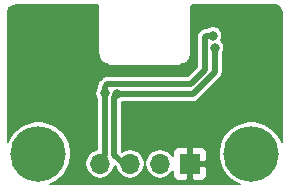
<source format=gbl>
%TF.GenerationSoftware,KiCad,Pcbnew,(5.1.8)-1*%
%TF.CreationDate,2021-01-12T16:04:17+01:00*%
%TF.ProjectId,SHT40-Breakout,53485434-302d-4427-9265-616b6f75742e,rev?*%
%TF.SameCoordinates,Original*%
%TF.FileFunction,Copper,L2,Bot*%
%TF.FilePolarity,Positive*%
%FSLAX46Y46*%
G04 Gerber Fmt 4.6, Leading zero omitted, Abs format (unit mm)*
G04 Created by KiCad (PCBNEW (5.1.8)-1) date 2021-01-12 16:04:17*
%MOMM*%
%LPD*%
G01*
G04 APERTURE LIST*
%TA.AperFunction,ComponentPad*%
%ADD10C,4.700000*%
%TD*%
%TA.AperFunction,ComponentPad*%
%ADD11R,1.700000X1.700000*%
%TD*%
%TA.AperFunction,ComponentPad*%
%ADD12O,1.700000X1.700000*%
%TD*%
%TA.AperFunction,ViaPad*%
%ADD13C,0.800000*%
%TD*%
%TA.AperFunction,Conductor*%
%ADD14C,0.500000*%
%TD*%
%TA.AperFunction,Conductor*%
%ADD15C,0.200000*%
%TD*%
%TA.AperFunction,Conductor*%
%ADD16C,0.100000*%
%TD*%
G04 APERTURE END LIST*
D10*
%TO.P,H2,1*%
%TO.N,N/C*%
X149000000Y-77000000D03*
%TD*%
%TO.P,H1,1*%
%TO.N,N/C*%
X131000000Y-77000000D03*
%TD*%
D11*
%TO.P,J3,1*%
%TO.N,GND*%
X143825000Y-77850000D03*
D12*
%TO.P,J3,2*%
%TO.N,VDD*%
X141285000Y-77850000D03*
%TO.P,J3,3*%
%TO.N,SDA*%
X138745000Y-77850000D03*
%TO.P,J3,4*%
%TO.N,SCL*%
X136205000Y-77850000D03*
%TD*%
D13*
%TO.N,GND*%
X134625000Y-67000000D03*
X131175000Y-67000000D03*
X146375000Y-71375000D03*
X140771164Y-70028826D03*
X132750000Y-72950000D03*
X132924999Y-65924999D03*
X134924999Y-75924999D03*
X142350000Y-73050000D03*
X145700000Y-75750000D03*
X147924999Y-65924999D03*
X148924999Y-71924999D03*
X149924999Y-67924999D03*
X148850000Y-70000000D03*
%TO.N,SDA*%
X137677614Y-71940640D03*
X145932923Y-67999989D03*
%TO.N,SCL*%
X136600000Y-71875002D03*
X145763227Y-66999988D03*
%TD*%
D14*
%TO.N,SDA*%
X138200000Y-77900000D02*
X138700000Y-77900000D01*
X137400000Y-77100000D02*
X138200000Y-77900000D01*
X137400000Y-72218254D02*
X137400000Y-77100000D01*
X137677614Y-71940640D02*
X137400000Y-72218254D01*
X137677614Y-71940640D02*
X144084360Y-71940640D01*
X144084360Y-71940640D02*
X145932923Y-70092077D01*
X145932923Y-70092077D02*
X145932923Y-67999989D01*
%TO.N,SCL*%
X136600000Y-77100000D02*
X136600000Y-71875002D01*
X136205000Y-77495000D02*
X136600000Y-77100000D01*
X136205000Y-77850000D02*
X136205000Y-77495000D01*
X145060513Y-67137017D02*
X145197542Y-66999988D01*
X145197542Y-66999988D02*
X145763227Y-66999988D01*
X136600000Y-71875002D02*
X136600000Y-71309317D01*
X136600000Y-71309317D02*
X136834317Y-71075000D01*
X136834317Y-71075000D02*
X143925000Y-71075000D01*
X143925000Y-71075000D02*
X145060513Y-69939487D01*
X145060513Y-69939487D02*
X145060513Y-67137017D01*
%TD*%
D15*
%TO.N,GND*%
X136014174Y-64428428D02*
X136027802Y-64432543D01*
X136040377Y-64439229D01*
X136051408Y-64448225D01*
X136060489Y-64459203D01*
X136067263Y-64471730D01*
X136071472Y-64485326D01*
X136075000Y-64518897D01*
X136075001Y-68520874D01*
X136077077Y-68541951D01*
X136077077Y-68548452D01*
X136077697Y-68554353D01*
X136088574Y-68651328D01*
X136096584Y-68689012D01*
X136104065Y-68726794D01*
X136105820Y-68732463D01*
X136135326Y-68825478D01*
X136150497Y-68860875D01*
X136165179Y-68896496D01*
X136168001Y-68901716D01*
X136215012Y-68987228D01*
X136236756Y-69018985D01*
X136258093Y-69051098D01*
X136261875Y-69055670D01*
X136324600Y-69130422D01*
X136352109Y-69157360D01*
X136379262Y-69184704D01*
X136383861Y-69188454D01*
X136459911Y-69249600D01*
X136492102Y-69270665D01*
X136524078Y-69292233D01*
X136529318Y-69295019D01*
X136615797Y-69340229D01*
X136651498Y-69354653D01*
X136687019Y-69369585D01*
X136692700Y-69371300D01*
X136786312Y-69398852D01*
X136824153Y-69406071D01*
X136861885Y-69413816D01*
X136867785Y-69414394D01*
X136867788Y-69414395D01*
X136867791Y-69414395D01*
X136908632Y-69418112D01*
X136900635Y-69488751D01*
X136900000Y-69500000D01*
X136901921Y-69519509D01*
X136907612Y-69538268D01*
X136916853Y-69555557D01*
X136929289Y-69570711D01*
X136944443Y-69583147D01*
X136961732Y-69592388D01*
X136980491Y-69598079D01*
X137000000Y-69600000D01*
X143000000Y-69600000D01*
X143011249Y-69599365D01*
X143030418Y-69595261D01*
X143048418Y-69587497D01*
X143064558Y-69576370D01*
X143078216Y-69562308D01*
X143088869Y-69545851D01*
X143096106Y-69527633D01*
X143099651Y-69508352D01*
X143099365Y-69488751D01*
X143091366Y-69418093D01*
X143144963Y-69412460D01*
X143182665Y-69404721D01*
X143220534Y-69397497D01*
X143226215Y-69395781D01*
X143319433Y-69366925D01*
X143354895Y-69352018D01*
X143390661Y-69337568D01*
X143395900Y-69334782D01*
X143481738Y-69288369D01*
X143513691Y-69266816D01*
X143545903Y-69245737D01*
X143550502Y-69241987D01*
X143625691Y-69179785D01*
X143652824Y-69152462D01*
X143680352Y-69125505D01*
X143684134Y-69120932D01*
X143684137Y-69120929D01*
X143684139Y-69120925D01*
X143745810Y-69045311D01*
X143767100Y-69013267D01*
X143788893Y-68981439D01*
X143791715Y-68976219D01*
X143837527Y-68890058D01*
X143852196Y-68854468D01*
X143867379Y-68819044D01*
X143869133Y-68813375D01*
X143869135Y-68813371D01*
X143869137Y-68813363D01*
X143897338Y-68719957D01*
X143904815Y-68682197D01*
X143912830Y-68644490D01*
X143913450Y-68638588D01*
X143922972Y-68541471D01*
X143922972Y-68541464D01*
X143925000Y-68520874D01*
X143925000Y-64520787D01*
X143928428Y-64485826D01*
X143932543Y-64472198D01*
X143939229Y-64459623D01*
X143948225Y-64448592D01*
X143959203Y-64439511D01*
X143971730Y-64432737D01*
X143985326Y-64428528D01*
X144018897Y-64425000D01*
X150979210Y-64425000D01*
X151111290Y-64437951D01*
X151218339Y-64470271D01*
X151317076Y-64522770D01*
X151403725Y-64593439D01*
X151475008Y-64679605D01*
X151528193Y-64777968D01*
X151561258Y-64884786D01*
X151575001Y-65015534D01*
X151575000Y-76030504D01*
X151437018Y-75697387D01*
X151136064Y-75246977D01*
X150753023Y-74863936D01*
X150302613Y-74562982D01*
X149802145Y-74355681D01*
X149270851Y-74250000D01*
X148729149Y-74250000D01*
X148197855Y-74355681D01*
X147697387Y-74562982D01*
X147246977Y-74863936D01*
X146863936Y-75246977D01*
X146562982Y-75697387D01*
X146355681Y-76197855D01*
X146250000Y-76729149D01*
X146250000Y-77270851D01*
X146355681Y-77802145D01*
X146562982Y-78302613D01*
X146863936Y-78753023D01*
X147246977Y-79136064D01*
X147697387Y-79437018D01*
X148030504Y-79575000D01*
X131969496Y-79575000D01*
X132302613Y-79437018D01*
X132753023Y-79136064D01*
X133136064Y-78753023D01*
X133437018Y-78302613D01*
X133644319Y-77802145D01*
X133659288Y-77726886D01*
X134955000Y-77726886D01*
X134955000Y-77973114D01*
X135003037Y-78214611D01*
X135097265Y-78442097D01*
X135234062Y-78646828D01*
X135408172Y-78820938D01*
X135612903Y-78957735D01*
X135840389Y-79051963D01*
X136081886Y-79100000D01*
X136328114Y-79100000D01*
X136569611Y-79051963D01*
X136797097Y-78957735D01*
X137001828Y-78820938D01*
X137175938Y-78646828D01*
X137312735Y-78442097D01*
X137406963Y-78214611D01*
X137438222Y-78057460D01*
X137530042Y-78149280D01*
X137543037Y-78214611D01*
X137637265Y-78442097D01*
X137774062Y-78646828D01*
X137948172Y-78820938D01*
X138152903Y-78957735D01*
X138380389Y-79051963D01*
X138621886Y-79100000D01*
X138868114Y-79100000D01*
X139109611Y-79051963D01*
X139337097Y-78957735D01*
X139541828Y-78820938D01*
X139715938Y-78646828D01*
X139852735Y-78442097D01*
X139946963Y-78214611D01*
X139995000Y-77973114D01*
X139995000Y-77726886D01*
X140035000Y-77726886D01*
X140035000Y-77973114D01*
X140083037Y-78214611D01*
X140177265Y-78442097D01*
X140314062Y-78646828D01*
X140488172Y-78820938D01*
X140692903Y-78957735D01*
X140920389Y-79051963D01*
X141161886Y-79100000D01*
X141408114Y-79100000D01*
X141649611Y-79051963D01*
X141877097Y-78957735D01*
X142081828Y-78820938D01*
X142255938Y-78646828D01*
X142365230Y-78483261D01*
X142364058Y-78700000D01*
X142375797Y-78819189D01*
X142410563Y-78933797D01*
X142467020Y-79039421D01*
X142542999Y-79132001D01*
X142635579Y-79207980D01*
X142741203Y-79264437D01*
X142855811Y-79299203D01*
X142975000Y-79310942D01*
X143519000Y-79308000D01*
X143671000Y-79156000D01*
X143671000Y-78004000D01*
X143979000Y-78004000D01*
X143979000Y-79156000D01*
X144131000Y-79308000D01*
X144675000Y-79310942D01*
X144794189Y-79299203D01*
X144908797Y-79264437D01*
X145014421Y-79207980D01*
X145107001Y-79132001D01*
X145182980Y-79039421D01*
X145239437Y-78933797D01*
X145274203Y-78819189D01*
X145285942Y-78700000D01*
X145283000Y-78156000D01*
X145131000Y-78004000D01*
X143979000Y-78004000D01*
X143671000Y-78004000D01*
X143651000Y-78004000D01*
X143651000Y-77696000D01*
X143671000Y-77696000D01*
X143671000Y-76544000D01*
X143979000Y-76544000D01*
X143979000Y-77696000D01*
X145131000Y-77696000D01*
X145283000Y-77544000D01*
X145285942Y-77000000D01*
X145274203Y-76880811D01*
X145239437Y-76766203D01*
X145182980Y-76660579D01*
X145107001Y-76567999D01*
X145014421Y-76492020D01*
X144908797Y-76435563D01*
X144794189Y-76400797D01*
X144675000Y-76389058D01*
X144131000Y-76392000D01*
X143979000Y-76544000D01*
X143671000Y-76544000D01*
X143519000Y-76392000D01*
X142975000Y-76389058D01*
X142855811Y-76400797D01*
X142741203Y-76435563D01*
X142635579Y-76492020D01*
X142542999Y-76567999D01*
X142467020Y-76660579D01*
X142410563Y-76766203D01*
X142375797Y-76880811D01*
X142364058Y-77000000D01*
X142365230Y-77216739D01*
X142255938Y-77053172D01*
X142081828Y-76879062D01*
X141877097Y-76742265D01*
X141649611Y-76648037D01*
X141408114Y-76600000D01*
X141161886Y-76600000D01*
X140920389Y-76648037D01*
X140692903Y-76742265D01*
X140488172Y-76879062D01*
X140314062Y-77053172D01*
X140177265Y-77257903D01*
X140083037Y-77485389D01*
X140035000Y-77726886D01*
X139995000Y-77726886D01*
X139946963Y-77485389D01*
X139852735Y-77257903D01*
X139715938Y-77053172D01*
X139541828Y-76879062D01*
X139337097Y-76742265D01*
X139109611Y-76648037D01*
X138868114Y-76600000D01*
X138621886Y-76600000D01*
X138380389Y-76648037D01*
X138152903Y-76742265D01*
X138050000Y-76811023D01*
X138050000Y-72652307D01*
X138056556Y-72649591D01*
X138144783Y-72590640D01*
X144052439Y-72590640D01*
X144084360Y-72593784D01*
X144116281Y-72590640D01*
X144116292Y-72590640D01*
X144211782Y-72581235D01*
X144334308Y-72544067D01*
X144447228Y-72483710D01*
X144546203Y-72402483D01*
X144566560Y-72377678D01*
X146369962Y-70574276D01*
X146394766Y-70553920D01*
X146434226Y-70505837D01*
X146475993Y-70454946D01*
X146536350Y-70342025D01*
X146536350Y-70342024D01*
X146573518Y-70219499D01*
X146582923Y-70124009D01*
X146582923Y-70123998D01*
X146586067Y-70092077D01*
X146582923Y-70060156D01*
X146582923Y-68467158D01*
X146641874Y-68378931D01*
X146702180Y-68233340D01*
X146732923Y-68078782D01*
X146732923Y-67921196D01*
X146702180Y-67766638D01*
X146641874Y-67621047D01*
X146554324Y-67490019D01*
X146460585Y-67396280D01*
X146472178Y-67378930D01*
X146532484Y-67233339D01*
X146563227Y-67078781D01*
X146563227Y-66921195D01*
X146532484Y-66766637D01*
X146472178Y-66621046D01*
X146384628Y-66490018D01*
X146273197Y-66378587D01*
X146142169Y-66291037D01*
X145996578Y-66230731D01*
X145842020Y-66199988D01*
X145684434Y-66199988D01*
X145529876Y-66230731D01*
X145384285Y-66291037D01*
X145296058Y-66349988D01*
X145229462Y-66349988D01*
X145197541Y-66346844D01*
X145165620Y-66349988D01*
X145165610Y-66349988D01*
X145070120Y-66359393D01*
X144947594Y-66396561D01*
X144834674Y-66456918D01*
X144735699Y-66538145D01*
X144715342Y-66562950D01*
X144623471Y-66654821D01*
X144598671Y-66675174D01*
X144578318Y-66699974D01*
X144578315Y-66699977D01*
X144517443Y-66774149D01*
X144457086Y-66887070D01*
X144419919Y-67009595D01*
X144407369Y-67137017D01*
X144410514Y-67168948D01*
X144410513Y-69670249D01*
X143655762Y-70425000D01*
X136866237Y-70425000D01*
X136834316Y-70421856D01*
X136802395Y-70425000D01*
X136802385Y-70425000D01*
X136706895Y-70434405D01*
X136584369Y-70471573D01*
X136471449Y-70531930D01*
X136372474Y-70613157D01*
X136352119Y-70637960D01*
X136162958Y-70827121D01*
X136138158Y-70847474D01*
X136056930Y-70946449D01*
X135996573Y-71059369D01*
X135959405Y-71181895D01*
X135950000Y-71277385D01*
X135950000Y-71277396D01*
X135946856Y-71309317D01*
X135950000Y-71341238D01*
X135950000Y-71407833D01*
X135891049Y-71496060D01*
X135830743Y-71641651D01*
X135800000Y-71796209D01*
X135800000Y-71953795D01*
X135830743Y-72108353D01*
X135891049Y-72253944D01*
X135950001Y-72342172D01*
X135950000Y-76626234D01*
X135840389Y-76648037D01*
X135612903Y-76742265D01*
X135408172Y-76879062D01*
X135234062Y-77053172D01*
X135097265Y-77257903D01*
X135003037Y-77485389D01*
X134955000Y-77726886D01*
X133659288Y-77726886D01*
X133750000Y-77270851D01*
X133750000Y-76729149D01*
X133644319Y-76197855D01*
X133437018Y-75697387D01*
X133136064Y-75246977D01*
X132753023Y-74863936D01*
X132302613Y-74562982D01*
X131802145Y-74355681D01*
X131270851Y-74250000D01*
X130729149Y-74250000D01*
X130197855Y-74355681D01*
X129697387Y-74562982D01*
X129246977Y-74863936D01*
X128863936Y-75246977D01*
X128562982Y-75697387D01*
X128425000Y-76030504D01*
X128425000Y-65020790D01*
X128437951Y-64888710D01*
X128470271Y-64781661D01*
X128522770Y-64682924D01*
X128593439Y-64596275D01*
X128679605Y-64524992D01*
X128777968Y-64471807D01*
X128884786Y-64438742D01*
X129015525Y-64425000D01*
X135979213Y-64425000D01*
X136014174Y-64428428D01*
%TA.AperFunction,Conductor*%
D16*
G36*
X136014174Y-64428428D02*
G01*
X136027802Y-64432543D01*
X136040377Y-64439229D01*
X136051408Y-64448225D01*
X136060489Y-64459203D01*
X136067263Y-64471730D01*
X136071472Y-64485326D01*
X136075000Y-64518897D01*
X136075001Y-68520874D01*
X136077077Y-68541951D01*
X136077077Y-68548452D01*
X136077697Y-68554353D01*
X136088574Y-68651328D01*
X136096584Y-68689012D01*
X136104065Y-68726794D01*
X136105820Y-68732463D01*
X136135326Y-68825478D01*
X136150497Y-68860875D01*
X136165179Y-68896496D01*
X136168001Y-68901716D01*
X136215012Y-68987228D01*
X136236756Y-69018985D01*
X136258093Y-69051098D01*
X136261875Y-69055670D01*
X136324600Y-69130422D01*
X136352109Y-69157360D01*
X136379262Y-69184704D01*
X136383861Y-69188454D01*
X136459911Y-69249600D01*
X136492102Y-69270665D01*
X136524078Y-69292233D01*
X136529318Y-69295019D01*
X136615797Y-69340229D01*
X136651498Y-69354653D01*
X136687019Y-69369585D01*
X136692700Y-69371300D01*
X136786312Y-69398852D01*
X136824153Y-69406071D01*
X136861885Y-69413816D01*
X136867785Y-69414394D01*
X136867788Y-69414395D01*
X136867791Y-69414395D01*
X136908632Y-69418112D01*
X136900635Y-69488751D01*
X136900000Y-69500000D01*
X136901921Y-69519509D01*
X136907612Y-69538268D01*
X136916853Y-69555557D01*
X136929289Y-69570711D01*
X136944443Y-69583147D01*
X136961732Y-69592388D01*
X136980491Y-69598079D01*
X137000000Y-69600000D01*
X143000000Y-69600000D01*
X143011249Y-69599365D01*
X143030418Y-69595261D01*
X143048418Y-69587497D01*
X143064558Y-69576370D01*
X143078216Y-69562308D01*
X143088869Y-69545851D01*
X143096106Y-69527633D01*
X143099651Y-69508352D01*
X143099365Y-69488751D01*
X143091366Y-69418093D01*
X143144963Y-69412460D01*
X143182665Y-69404721D01*
X143220534Y-69397497D01*
X143226215Y-69395781D01*
X143319433Y-69366925D01*
X143354895Y-69352018D01*
X143390661Y-69337568D01*
X143395900Y-69334782D01*
X143481738Y-69288369D01*
X143513691Y-69266816D01*
X143545903Y-69245737D01*
X143550502Y-69241987D01*
X143625691Y-69179785D01*
X143652824Y-69152462D01*
X143680352Y-69125505D01*
X143684134Y-69120932D01*
X143684137Y-69120929D01*
X143684139Y-69120925D01*
X143745810Y-69045311D01*
X143767100Y-69013267D01*
X143788893Y-68981439D01*
X143791715Y-68976219D01*
X143837527Y-68890058D01*
X143852196Y-68854468D01*
X143867379Y-68819044D01*
X143869133Y-68813375D01*
X143869135Y-68813371D01*
X143869137Y-68813363D01*
X143897338Y-68719957D01*
X143904815Y-68682197D01*
X143912830Y-68644490D01*
X143913450Y-68638588D01*
X143922972Y-68541471D01*
X143922972Y-68541464D01*
X143925000Y-68520874D01*
X143925000Y-64520787D01*
X143928428Y-64485826D01*
X143932543Y-64472198D01*
X143939229Y-64459623D01*
X143948225Y-64448592D01*
X143959203Y-64439511D01*
X143971730Y-64432737D01*
X143985326Y-64428528D01*
X144018897Y-64425000D01*
X150979210Y-64425000D01*
X151111290Y-64437951D01*
X151218339Y-64470271D01*
X151317076Y-64522770D01*
X151403725Y-64593439D01*
X151475008Y-64679605D01*
X151528193Y-64777968D01*
X151561258Y-64884786D01*
X151575001Y-65015534D01*
X151575000Y-76030504D01*
X151437018Y-75697387D01*
X151136064Y-75246977D01*
X150753023Y-74863936D01*
X150302613Y-74562982D01*
X149802145Y-74355681D01*
X149270851Y-74250000D01*
X148729149Y-74250000D01*
X148197855Y-74355681D01*
X147697387Y-74562982D01*
X147246977Y-74863936D01*
X146863936Y-75246977D01*
X146562982Y-75697387D01*
X146355681Y-76197855D01*
X146250000Y-76729149D01*
X146250000Y-77270851D01*
X146355681Y-77802145D01*
X146562982Y-78302613D01*
X146863936Y-78753023D01*
X147246977Y-79136064D01*
X147697387Y-79437018D01*
X148030504Y-79575000D01*
X131969496Y-79575000D01*
X132302613Y-79437018D01*
X132753023Y-79136064D01*
X133136064Y-78753023D01*
X133437018Y-78302613D01*
X133644319Y-77802145D01*
X133659288Y-77726886D01*
X134955000Y-77726886D01*
X134955000Y-77973114D01*
X135003037Y-78214611D01*
X135097265Y-78442097D01*
X135234062Y-78646828D01*
X135408172Y-78820938D01*
X135612903Y-78957735D01*
X135840389Y-79051963D01*
X136081886Y-79100000D01*
X136328114Y-79100000D01*
X136569611Y-79051963D01*
X136797097Y-78957735D01*
X137001828Y-78820938D01*
X137175938Y-78646828D01*
X137312735Y-78442097D01*
X137406963Y-78214611D01*
X137438222Y-78057460D01*
X137530042Y-78149280D01*
X137543037Y-78214611D01*
X137637265Y-78442097D01*
X137774062Y-78646828D01*
X137948172Y-78820938D01*
X138152903Y-78957735D01*
X138380389Y-79051963D01*
X138621886Y-79100000D01*
X138868114Y-79100000D01*
X139109611Y-79051963D01*
X139337097Y-78957735D01*
X139541828Y-78820938D01*
X139715938Y-78646828D01*
X139852735Y-78442097D01*
X139946963Y-78214611D01*
X139995000Y-77973114D01*
X139995000Y-77726886D01*
X140035000Y-77726886D01*
X140035000Y-77973114D01*
X140083037Y-78214611D01*
X140177265Y-78442097D01*
X140314062Y-78646828D01*
X140488172Y-78820938D01*
X140692903Y-78957735D01*
X140920389Y-79051963D01*
X141161886Y-79100000D01*
X141408114Y-79100000D01*
X141649611Y-79051963D01*
X141877097Y-78957735D01*
X142081828Y-78820938D01*
X142255938Y-78646828D01*
X142365230Y-78483261D01*
X142364058Y-78700000D01*
X142375797Y-78819189D01*
X142410563Y-78933797D01*
X142467020Y-79039421D01*
X142542999Y-79132001D01*
X142635579Y-79207980D01*
X142741203Y-79264437D01*
X142855811Y-79299203D01*
X142975000Y-79310942D01*
X143519000Y-79308000D01*
X143671000Y-79156000D01*
X143671000Y-78004000D01*
X143979000Y-78004000D01*
X143979000Y-79156000D01*
X144131000Y-79308000D01*
X144675000Y-79310942D01*
X144794189Y-79299203D01*
X144908797Y-79264437D01*
X145014421Y-79207980D01*
X145107001Y-79132001D01*
X145182980Y-79039421D01*
X145239437Y-78933797D01*
X145274203Y-78819189D01*
X145285942Y-78700000D01*
X145283000Y-78156000D01*
X145131000Y-78004000D01*
X143979000Y-78004000D01*
X143671000Y-78004000D01*
X143651000Y-78004000D01*
X143651000Y-77696000D01*
X143671000Y-77696000D01*
X143671000Y-76544000D01*
X143979000Y-76544000D01*
X143979000Y-77696000D01*
X145131000Y-77696000D01*
X145283000Y-77544000D01*
X145285942Y-77000000D01*
X145274203Y-76880811D01*
X145239437Y-76766203D01*
X145182980Y-76660579D01*
X145107001Y-76567999D01*
X145014421Y-76492020D01*
X144908797Y-76435563D01*
X144794189Y-76400797D01*
X144675000Y-76389058D01*
X144131000Y-76392000D01*
X143979000Y-76544000D01*
X143671000Y-76544000D01*
X143519000Y-76392000D01*
X142975000Y-76389058D01*
X142855811Y-76400797D01*
X142741203Y-76435563D01*
X142635579Y-76492020D01*
X142542999Y-76567999D01*
X142467020Y-76660579D01*
X142410563Y-76766203D01*
X142375797Y-76880811D01*
X142364058Y-77000000D01*
X142365230Y-77216739D01*
X142255938Y-77053172D01*
X142081828Y-76879062D01*
X141877097Y-76742265D01*
X141649611Y-76648037D01*
X141408114Y-76600000D01*
X141161886Y-76600000D01*
X140920389Y-76648037D01*
X140692903Y-76742265D01*
X140488172Y-76879062D01*
X140314062Y-77053172D01*
X140177265Y-77257903D01*
X140083037Y-77485389D01*
X140035000Y-77726886D01*
X139995000Y-77726886D01*
X139946963Y-77485389D01*
X139852735Y-77257903D01*
X139715938Y-77053172D01*
X139541828Y-76879062D01*
X139337097Y-76742265D01*
X139109611Y-76648037D01*
X138868114Y-76600000D01*
X138621886Y-76600000D01*
X138380389Y-76648037D01*
X138152903Y-76742265D01*
X138050000Y-76811023D01*
X138050000Y-72652307D01*
X138056556Y-72649591D01*
X138144783Y-72590640D01*
X144052439Y-72590640D01*
X144084360Y-72593784D01*
X144116281Y-72590640D01*
X144116292Y-72590640D01*
X144211782Y-72581235D01*
X144334308Y-72544067D01*
X144447228Y-72483710D01*
X144546203Y-72402483D01*
X144566560Y-72377678D01*
X146369962Y-70574276D01*
X146394766Y-70553920D01*
X146434226Y-70505837D01*
X146475993Y-70454946D01*
X146536350Y-70342025D01*
X146536350Y-70342024D01*
X146573518Y-70219499D01*
X146582923Y-70124009D01*
X146582923Y-70123998D01*
X146586067Y-70092077D01*
X146582923Y-70060156D01*
X146582923Y-68467158D01*
X146641874Y-68378931D01*
X146702180Y-68233340D01*
X146732923Y-68078782D01*
X146732923Y-67921196D01*
X146702180Y-67766638D01*
X146641874Y-67621047D01*
X146554324Y-67490019D01*
X146460585Y-67396280D01*
X146472178Y-67378930D01*
X146532484Y-67233339D01*
X146563227Y-67078781D01*
X146563227Y-66921195D01*
X146532484Y-66766637D01*
X146472178Y-66621046D01*
X146384628Y-66490018D01*
X146273197Y-66378587D01*
X146142169Y-66291037D01*
X145996578Y-66230731D01*
X145842020Y-66199988D01*
X145684434Y-66199988D01*
X145529876Y-66230731D01*
X145384285Y-66291037D01*
X145296058Y-66349988D01*
X145229462Y-66349988D01*
X145197541Y-66346844D01*
X145165620Y-66349988D01*
X145165610Y-66349988D01*
X145070120Y-66359393D01*
X144947594Y-66396561D01*
X144834674Y-66456918D01*
X144735699Y-66538145D01*
X144715342Y-66562950D01*
X144623471Y-66654821D01*
X144598671Y-66675174D01*
X144578318Y-66699974D01*
X144578315Y-66699977D01*
X144517443Y-66774149D01*
X144457086Y-66887070D01*
X144419919Y-67009595D01*
X144407369Y-67137017D01*
X144410514Y-67168948D01*
X144410513Y-69670249D01*
X143655762Y-70425000D01*
X136866237Y-70425000D01*
X136834316Y-70421856D01*
X136802395Y-70425000D01*
X136802385Y-70425000D01*
X136706895Y-70434405D01*
X136584369Y-70471573D01*
X136471449Y-70531930D01*
X136372474Y-70613157D01*
X136352119Y-70637960D01*
X136162958Y-70827121D01*
X136138158Y-70847474D01*
X136056930Y-70946449D01*
X135996573Y-71059369D01*
X135959405Y-71181895D01*
X135950000Y-71277385D01*
X135950000Y-71277396D01*
X135946856Y-71309317D01*
X135950000Y-71341238D01*
X135950000Y-71407833D01*
X135891049Y-71496060D01*
X135830743Y-71641651D01*
X135800000Y-71796209D01*
X135800000Y-71953795D01*
X135830743Y-72108353D01*
X135891049Y-72253944D01*
X135950001Y-72342172D01*
X135950000Y-76626234D01*
X135840389Y-76648037D01*
X135612903Y-76742265D01*
X135408172Y-76879062D01*
X135234062Y-77053172D01*
X135097265Y-77257903D01*
X135003037Y-77485389D01*
X134955000Y-77726886D01*
X133659288Y-77726886D01*
X133750000Y-77270851D01*
X133750000Y-76729149D01*
X133644319Y-76197855D01*
X133437018Y-75697387D01*
X133136064Y-75246977D01*
X132753023Y-74863936D01*
X132302613Y-74562982D01*
X131802145Y-74355681D01*
X131270851Y-74250000D01*
X130729149Y-74250000D01*
X130197855Y-74355681D01*
X129697387Y-74562982D01*
X129246977Y-74863936D01*
X128863936Y-75246977D01*
X128562982Y-75697387D01*
X128425000Y-76030504D01*
X128425000Y-65020790D01*
X128437951Y-64888710D01*
X128470271Y-64781661D01*
X128522770Y-64682924D01*
X128593439Y-64596275D01*
X128679605Y-64524992D01*
X128777968Y-64471807D01*
X128884786Y-64438742D01*
X129015525Y-64425000D01*
X135979213Y-64425000D01*
X136014174Y-64428428D01*
G37*
%TD.AperFunction*%
%TD*%
M02*

</source>
